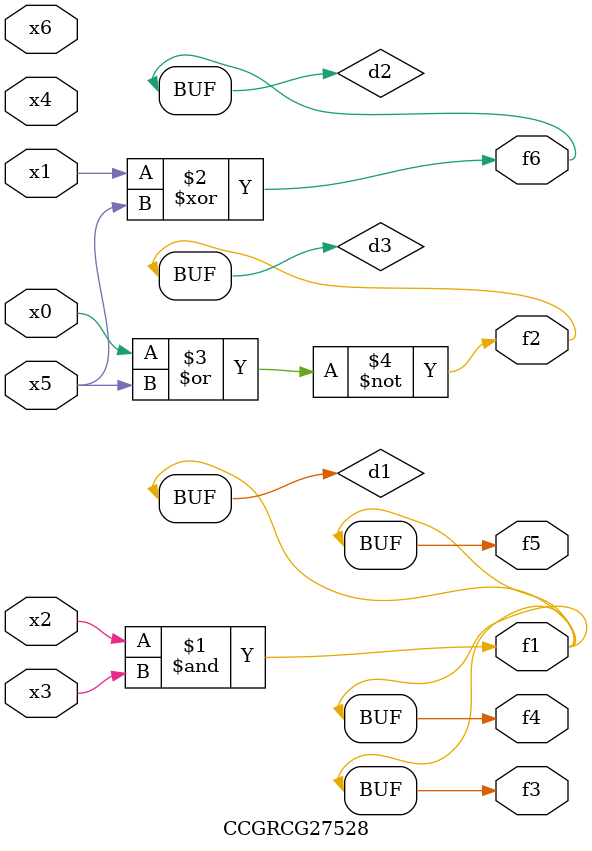
<source format=v>
module CCGRCG27528(
	input x0, x1, x2, x3, x4, x5, x6,
	output f1, f2, f3, f4, f5, f6
);

	wire d1, d2, d3;

	and (d1, x2, x3);
	xor (d2, x1, x5);
	nor (d3, x0, x5);
	assign f1 = d1;
	assign f2 = d3;
	assign f3 = d1;
	assign f4 = d1;
	assign f5 = d1;
	assign f6 = d2;
endmodule

</source>
